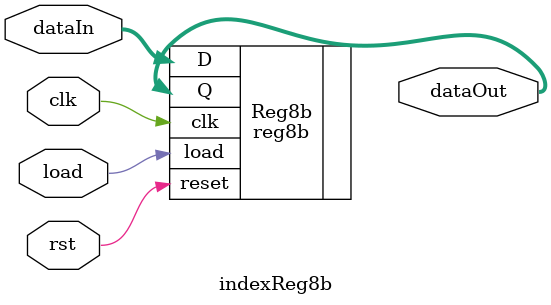
<source format=v>
`timescale 1ns / 1ps


module indexReg8b ( 
    input [7:0] dataIn, 
    input load, 
    input clk, 
    input rst,
    output [7:0] dataOut); 

reg8b Reg8b(
    .reset(rst),
    .clk(clk),
    .load(load),
    .D(dataIn),
    .Q(dataOut)
    );
    
endmodule

</source>
